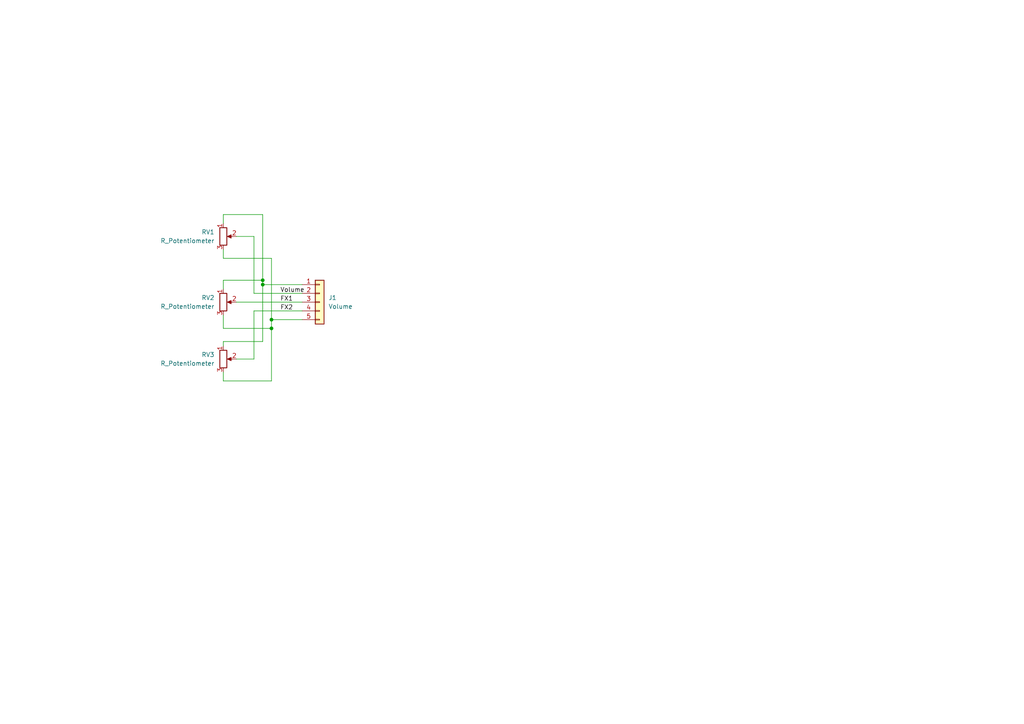
<source format=kicad_sch>
(kicad_sch
	(version 20231120)
	(generator "eeschema")
	(generator_version "8.0")
	(uuid "71286012-48d5-4036-9198-9cf69b88feab")
	(paper "A4")
	(lib_symbols
		(symbol "Connector_Generic:Conn_01x05"
			(pin_names
				(offset 1.016) hide)
			(exclude_from_sim no)
			(in_bom yes)
			(on_board yes)
			(property "Reference" "J"
				(at 0 7.62 0)
				(effects
					(font
						(size 1.27 1.27)
					)
				)
			)
			(property "Value" "Conn_01x05"
				(at 0 -7.62 0)
				(effects
					(font
						(size 1.27 1.27)
					)
				)
			)
			(property "Footprint" ""
				(at 0 0 0)
				(effects
					(font
						(size 1.27 1.27)
					)
					(hide yes)
				)
			)
			(property "Datasheet" "~"
				(at 0 0 0)
				(effects
					(font
						(size 1.27 1.27)
					)
					(hide yes)
				)
			)
			(property "Description" "Generic connector, single row, 01x05, script generated (kicad-library-utils/schlib/autogen/connector/)"
				(at 0 0 0)
				(effects
					(font
						(size 1.27 1.27)
					)
					(hide yes)
				)
			)
			(property "ki_keywords" "connector"
				(at 0 0 0)
				(effects
					(font
						(size 1.27 1.27)
					)
					(hide yes)
				)
			)
			(property "ki_fp_filters" "Connector*:*_1x??_*"
				(at 0 0 0)
				(effects
					(font
						(size 1.27 1.27)
					)
					(hide yes)
				)
			)
			(symbol "Conn_01x05_1_1"
				(rectangle
					(start -1.27 -4.953)
					(end 0 -5.207)
					(stroke
						(width 0.1524)
						(type default)
					)
					(fill
						(type none)
					)
				)
				(rectangle
					(start -1.27 -2.413)
					(end 0 -2.667)
					(stroke
						(width 0.1524)
						(type default)
					)
					(fill
						(type none)
					)
				)
				(rectangle
					(start -1.27 0.127)
					(end 0 -0.127)
					(stroke
						(width 0.1524)
						(type default)
					)
					(fill
						(type none)
					)
				)
				(rectangle
					(start -1.27 2.667)
					(end 0 2.413)
					(stroke
						(width 0.1524)
						(type default)
					)
					(fill
						(type none)
					)
				)
				(rectangle
					(start -1.27 5.207)
					(end 0 4.953)
					(stroke
						(width 0.1524)
						(type default)
					)
					(fill
						(type none)
					)
				)
				(rectangle
					(start -1.27 6.35)
					(end 1.27 -6.35)
					(stroke
						(width 0.254)
						(type default)
					)
					(fill
						(type background)
					)
				)
				(pin passive line
					(at -5.08 5.08 0)
					(length 3.81)
					(name "Pin_1"
						(effects
							(font
								(size 1.27 1.27)
							)
						)
					)
					(number "1"
						(effects
							(font
								(size 1.27 1.27)
							)
						)
					)
				)
				(pin passive line
					(at -5.08 2.54 0)
					(length 3.81)
					(name "Pin_2"
						(effects
							(font
								(size 1.27 1.27)
							)
						)
					)
					(number "2"
						(effects
							(font
								(size 1.27 1.27)
							)
						)
					)
				)
				(pin passive line
					(at -5.08 0 0)
					(length 3.81)
					(name "Pin_3"
						(effects
							(font
								(size 1.27 1.27)
							)
						)
					)
					(number "3"
						(effects
							(font
								(size 1.27 1.27)
							)
						)
					)
				)
				(pin passive line
					(at -5.08 -2.54 0)
					(length 3.81)
					(name "Pin_4"
						(effects
							(font
								(size 1.27 1.27)
							)
						)
					)
					(number "4"
						(effects
							(font
								(size 1.27 1.27)
							)
						)
					)
				)
				(pin passive line
					(at -5.08 -5.08 0)
					(length 3.81)
					(name "Pin_5"
						(effects
							(font
								(size 1.27 1.27)
							)
						)
					)
					(number "5"
						(effects
							(font
								(size 1.27 1.27)
							)
						)
					)
				)
			)
		)
		(symbol "Device:R_Potentiometer"
			(pin_names
				(offset 1.016) hide)
			(exclude_from_sim no)
			(in_bom yes)
			(on_board yes)
			(property "Reference" "RV"
				(at -4.445 0 90)
				(effects
					(font
						(size 1.27 1.27)
					)
				)
			)
			(property "Value" "R_Potentiometer"
				(at -2.54 0 90)
				(effects
					(font
						(size 1.27 1.27)
					)
				)
			)
			(property "Footprint" ""
				(at 0 0 0)
				(effects
					(font
						(size 1.27 1.27)
					)
					(hide yes)
				)
			)
			(property "Datasheet" "~"
				(at 0 0 0)
				(effects
					(font
						(size 1.27 1.27)
					)
					(hide yes)
				)
			)
			(property "Description" "Potentiometer"
				(at 0 0 0)
				(effects
					(font
						(size 1.27 1.27)
					)
					(hide yes)
				)
			)
			(property "ki_keywords" "resistor variable"
				(at 0 0 0)
				(effects
					(font
						(size 1.27 1.27)
					)
					(hide yes)
				)
			)
			(property "ki_fp_filters" "Potentiometer*"
				(at 0 0 0)
				(effects
					(font
						(size 1.27 1.27)
					)
					(hide yes)
				)
			)
			(symbol "R_Potentiometer_0_1"
				(polyline
					(pts
						(xy 2.54 0) (xy 1.524 0)
					)
					(stroke
						(width 0)
						(type default)
					)
					(fill
						(type none)
					)
				)
				(polyline
					(pts
						(xy 1.143 0) (xy 2.286 0.508) (xy 2.286 -0.508) (xy 1.143 0)
					)
					(stroke
						(width 0)
						(type default)
					)
					(fill
						(type outline)
					)
				)
				(rectangle
					(start 1.016 2.54)
					(end -1.016 -2.54)
					(stroke
						(width 0.254)
						(type default)
					)
					(fill
						(type none)
					)
				)
			)
			(symbol "R_Potentiometer_1_1"
				(pin passive line
					(at 0 3.81 270)
					(length 1.27)
					(name "1"
						(effects
							(font
								(size 1.27 1.27)
							)
						)
					)
					(number "1"
						(effects
							(font
								(size 1.27 1.27)
							)
						)
					)
				)
				(pin passive line
					(at 3.81 0 180)
					(length 1.27)
					(name "2"
						(effects
							(font
								(size 1.27 1.27)
							)
						)
					)
					(number "2"
						(effects
							(font
								(size 1.27 1.27)
							)
						)
					)
				)
				(pin passive line
					(at 0 -3.81 90)
					(length 1.27)
					(name "3"
						(effects
							(font
								(size 1.27 1.27)
							)
						)
					)
					(number "3"
						(effects
							(font
								(size 1.27 1.27)
							)
						)
					)
				)
			)
		)
	)
	(junction
		(at 78.74 92.71)
		(diameter 0)
		(color 0 0 0 0)
		(uuid "0d538bab-ea46-4f50-8522-decc42a0c1d9")
	)
	(junction
		(at 78.74 95.25)
		(diameter 0)
		(color 0 0 0 0)
		(uuid "3ba30c8d-c38f-4d4b-8737-b30ee2c44857")
	)
	(junction
		(at 76.2 82.55)
		(diameter 0)
		(color 0 0 0 0)
		(uuid "5a699bf6-bd8a-42db-a57b-a9616ae0ef71")
	)
	(junction
		(at 76.2 81.28)
		(diameter 0)
		(color 0 0 0 0)
		(uuid "efd00c0d-5c2d-4092-814a-520d2a4360ea")
	)
	(wire
		(pts
			(xy 73.66 85.09) (xy 87.63 85.09)
		)
		(stroke
			(width 0)
			(type default)
		)
		(uuid "0bc7543b-2ea3-465d-8b9b-72bef7b6a39c")
	)
	(wire
		(pts
			(xy 78.74 74.93) (xy 78.74 92.71)
		)
		(stroke
			(width 0)
			(type default)
		)
		(uuid "2de65c8c-a76f-4b8b-87ab-0bdb8979d53f")
	)
	(wire
		(pts
			(xy 64.77 64.77) (xy 64.77 62.23)
		)
		(stroke
			(width 0)
			(type default)
		)
		(uuid "2feca040-88b6-4840-96bc-fba8cf53b12c")
	)
	(wire
		(pts
			(xy 78.74 110.49) (xy 78.74 95.25)
		)
		(stroke
			(width 0)
			(type default)
		)
		(uuid "3270a985-d157-417a-ad8b-89c34dec266d")
	)
	(wire
		(pts
			(xy 73.66 90.17) (xy 87.63 90.17)
		)
		(stroke
			(width 0)
			(type default)
		)
		(uuid "3b9f5838-1526-4087-8ce3-833ad01e1ed4")
	)
	(wire
		(pts
			(xy 73.66 104.14) (xy 73.66 90.17)
		)
		(stroke
			(width 0)
			(type default)
		)
		(uuid "3c51fecb-eb7c-4ad2-a2c1-f0e2dfb48f9e")
	)
	(wire
		(pts
			(xy 68.58 104.14) (xy 73.66 104.14)
		)
		(stroke
			(width 0)
			(type default)
		)
		(uuid "4cc6f1bf-471a-46c0-b3e8-b1bac1497635")
	)
	(wire
		(pts
			(xy 64.77 81.28) (xy 76.2 81.28)
		)
		(stroke
			(width 0)
			(type default)
		)
		(uuid "58ad0fc5-016d-47cd-bfb7-333d5bfceab4")
	)
	(wire
		(pts
			(xy 64.77 83.82) (xy 64.77 81.28)
		)
		(stroke
			(width 0)
			(type default)
		)
		(uuid "59d658a4-029e-45de-a1ac-5e3b562763ed")
	)
	(wire
		(pts
			(xy 76.2 82.55) (xy 87.63 82.55)
		)
		(stroke
			(width 0)
			(type default)
		)
		(uuid "5a6ad070-95d6-405f-bd57-ecd2114d3933")
	)
	(wire
		(pts
			(xy 64.77 99.06) (xy 76.2 99.06)
		)
		(stroke
			(width 0)
			(type default)
		)
		(uuid "62398f07-2688-4da0-a685-3fcbb3edd82b")
	)
	(wire
		(pts
			(xy 64.77 107.95) (xy 64.77 110.49)
		)
		(stroke
			(width 0)
			(type default)
		)
		(uuid "62d9945a-3357-4f81-aa1e-0b2602ce7870")
	)
	(wire
		(pts
			(xy 73.66 68.58) (xy 73.66 85.09)
		)
		(stroke
			(width 0)
			(type default)
		)
		(uuid "683ee33a-f766-4422-ad88-3ee99bc38bff")
	)
	(wire
		(pts
			(xy 78.74 92.71) (xy 78.74 95.25)
		)
		(stroke
			(width 0)
			(type default)
		)
		(uuid "768b25ea-7905-44bd-8d11-abe9a6624f53")
	)
	(wire
		(pts
			(xy 78.74 92.71) (xy 87.63 92.71)
		)
		(stroke
			(width 0)
			(type default)
		)
		(uuid "798be4dc-c9c6-4df9-8e01-e87aeb2732c9")
	)
	(wire
		(pts
			(xy 68.58 87.63) (xy 87.63 87.63)
		)
		(stroke
			(width 0)
			(type default)
		)
		(uuid "8522511b-e514-4a55-8e6e-1cfa655da8b0")
	)
	(wire
		(pts
			(xy 64.77 74.93) (xy 78.74 74.93)
		)
		(stroke
			(width 0)
			(type default)
		)
		(uuid "87492b84-bdf4-4bda-98a0-05f97a486e8f")
	)
	(wire
		(pts
			(xy 64.77 100.33) (xy 64.77 99.06)
		)
		(stroke
			(width 0)
			(type default)
		)
		(uuid "9d84469e-777c-4bad-bab1-bd3e039bcc8b")
	)
	(wire
		(pts
			(xy 64.77 110.49) (xy 78.74 110.49)
		)
		(stroke
			(width 0)
			(type default)
		)
		(uuid "aa5d7e0b-ad2b-4c70-9c5d-e3b558ab2954")
	)
	(wire
		(pts
			(xy 64.77 91.44) (xy 64.77 95.25)
		)
		(stroke
			(width 0)
			(type default)
		)
		(uuid "b2a5de51-0b5d-46e8-a0c4-a3fa821b5e21")
	)
	(wire
		(pts
			(xy 64.77 74.93) (xy 64.77 72.39)
		)
		(stroke
			(width 0)
			(type default)
		)
		(uuid "c7150fc6-6dcf-4865-ac05-8423a6b50701")
	)
	(wire
		(pts
			(xy 64.77 62.23) (xy 76.2 62.23)
		)
		(stroke
			(width 0)
			(type default)
		)
		(uuid "c73a3ddc-e60b-47d2-919b-49e38c521d56")
	)
	(wire
		(pts
			(xy 76.2 82.55) (xy 76.2 99.06)
		)
		(stroke
			(width 0)
			(type default)
		)
		(uuid "cb8446be-a1ee-4f8d-83c2-411487d5f08f")
	)
	(wire
		(pts
			(xy 76.2 81.28) (xy 76.2 82.55)
		)
		(stroke
			(width 0)
			(type default)
		)
		(uuid "d5ea1d50-fe30-40e4-8756-c0a8da28b7a0")
	)
	(wire
		(pts
			(xy 68.58 68.58) (xy 73.66 68.58)
		)
		(stroke
			(width 0)
			(type default)
		)
		(uuid "d7e71621-c8a4-4cf8-9e32-02b6ceb53f51")
	)
	(wire
		(pts
			(xy 64.77 95.25) (xy 78.74 95.25)
		)
		(stroke
			(width 0)
			(type default)
		)
		(uuid "debdf8dd-9d7c-4f7a-bc3a-04e2b906be87")
	)
	(wire
		(pts
			(xy 76.2 62.23) (xy 76.2 81.28)
		)
		(stroke
			(width 0)
			(type default)
		)
		(uuid "f44b0276-62b8-4cb6-8338-be7349cd575c")
	)
	(label "FX2"
		(at 81.28 90.17 0)
		(fields_autoplaced yes)
		(effects
			(font
				(size 1.27 1.27)
			)
			(justify left bottom)
		)
		(uuid "01deb49d-817f-453a-b0ab-792703758f73")
	)
	(label "Volume"
		(at 81.28 85.09 0)
		(fields_autoplaced yes)
		(effects
			(font
				(size 1.27 1.27)
			)
			(justify left bottom)
		)
		(uuid "a7030ba6-368a-4f6b-b8c9-3b5f894cbf9e")
	)
	(label "FX1"
		(at 81.28 87.63 0)
		(fields_autoplaced yes)
		(effects
			(font
				(size 1.27 1.27)
			)
			(justify left bottom)
		)
		(uuid "b67c9269-c0dc-4beb-8853-be5e2a31d2b8")
	)
	(symbol
		(lib_id "Connector_Generic:Conn_01x05")
		(at 92.71 87.63 0)
		(unit 1)
		(exclude_from_sim no)
		(in_bom yes)
		(on_board yes)
		(dnp no)
		(fields_autoplaced yes)
		(uuid "4e98212c-6c97-449e-879d-9e5df91127d8")
		(property "Reference" "J1"
			(at 95.25 86.3599 0)
			(effects
				(font
					(size 1.27 1.27)
				)
				(justify left)
			)
		)
		(property "Value" "Volume"
			(at 95.25 88.8999 0)
			(effects
				(font
					(size 1.27 1.27)
				)
				(justify left)
			)
		)
		(property "Footprint" ""
			(at 92.71 87.63 0)
			(effects
				(font
					(size 1.27 1.27)
				)
				(hide yes)
			)
		)
		(property "Datasheet" "~"
			(at 92.71 87.63 0)
			(effects
				(font
					(size 1.27 1.27)
				)
				(hide yes)
			)
		)
		(property "Description" "Generic connector, single row, 01x05, script generated (kicad-library-utils/schlib/autogen/connector/)"
			(at 92.71 87.63 0)
			(effects
				(font
					(size 1.27 1.27)
				)
				(hide yes)
			)
		)
		(pin "5"
			(uuid "6ff236c7-f9f7-4397-8bcc-aa008f008e7f")
		)
		(pin "3"
			(uuid "301b2ea5-0409-42b3-91d9-77a6f4e5273b")
		)
		(pin "1"
			(uuid "eaea643f-b99e-4186-85ad-6165a33da1ed")
		)
		(pin "4"
			(uuid "b82edb44-62c6-4243-8bb5-ac43b332cd8e")
		)
		(pin "2"
			(uuid "3092ce6c-e377-4c5d-9e3b-e8dc80def01c")
		)
		(instances
			(project ""
				(path "/71286012-48d5-4036-9198-9cf69b88feab"
					(reference "J1")
					(unit 1)
				)
			)
		)
	)
	(symbol
		(lib_id "Device:R_Potentiometer")
		(at 64.77 104.14 0)
		(unit 1)
		(exclude_from_sim no)
		(in_bom yes)
		(on_board yes)
		(dnp no)
		(fields_autoplaced yes)
		(uuid "535a58e3-7ae0-498b-9cbe-0b584972dcb1")
		(property "Reference" "RV3"
			(at 62.23 102.8699 0)
			(effects
				(font
					(size 1.27 1.27)
				)
				(justify right)
			)
		)
		(property "Value" "R_Potentiometer"
			(at 62.23 105.4099 0)
			(effects
				(font
					(size 1.27 1.27)
				)
				(justify right)
			)
		)
		(property "Footprint" ""
			(at 64.77 104.14 0)
			(effects
				(font
					(size 1.27 1.27)
				)
				(hide yes)
			)
		)
		(property "Datasheet" "~"
			(at 64.77 104.14 0)
			(effects
				(font
					(size 1.27 1.27)
				)
				(hide yes)
			)
		)
		(property "Description" "Potentiometer"
			(at 64.77 104.14 0)
			(effects
				(font
					(size 1.27 1.27)
				)
				(hide yes)
			)
		)
		(pin "1"
			(uuid "bb8d8ae7-d663-406c-a88b-a919dc31e448")
		)
		(pin "3"
			(uuid "ca6e34ae-b010-4b80-896d-7b2f00f52bbf")
		)
		(pin "2"
			(uuid "1acc6f0e-3fcf-4f6c-a369-31323c408a5c")
		)
		(instances
			(project ""
				(path "/71286012-48d5-4036-9198-9cf69b88feab"
					(reference "RV3")
					(unit 1)
				)
			)
		)
	)
	(symbol
		(lib_id "Device:R_Potentiometer")
		(at 64.77 87.63 0)
		(unit 1)
		(exclude_from_sim no)
		(in_bom yes)
		(on_board yes)
		(dnp no)
		(fields_autoplaced yes)
		(uuid "f028cc14-2cff-4acf-8384-a386069be474")
		(property "Reference" "RV2"
			(at 62.23 86.3599 0)
			(effects
				(font
					(size 1.27 1.27)
				)
				(justify right)
			)
		)
		(property "Value" "R_Potentiometer"
			(at 62.23 88.8999 0)
			(effects
				(font
					(size 1.27 1.27)
				)
				(justify right)
			)
		)
		(property "Footprint" ""
			(at 64.77 87.63 0)
			(effects
				(font
					(size 1.27 1.27)
				)
				(hide yes)
			)
		)
		(property "Datasheet" "~"
			(at 64.77 87.63 0)
			(effects
				(font
					(size 1.27 1.27)
				)
				(hide yes)
			)
		)
		(property "Description" "Potentiometer"
			(at 64.77 87.63 0)
			(effects
				(font
					(size 1.27 1.27)
				)
				(hide yes)
			)
		)
		(pin "1"
			(uuid "bb8d8ae7-d663-406c-a88b-a919dc31e448")
		)
		(pin "3"
			(uuid "ca6e34ae-b010-4b80-896d-7b2f00f52bbf")
		)
		(pin "2"
			(uuid "1acc6f0e-3fcf-4f6c-a369-31323c408a5c")
		)
		(instances
			(project ""
				(path "/71286012-48d5-4036-9198-9cf69b88feab"
					(reference "RV2")
					(unit 1)
				)
			)
		)
	)
	(symbol
		(lib_id "Device:R_Potentiometer")
		(at 64.77 68.58 0)
		(unit 1)
		(exclude_from_sim no)
		(in_bom yes)
		(on_board yes)
		(dnp no)
		(uuid "fccdc37b-a500-4cf2-9a4d-b76131cf2cb1")
		(property "Reference" "RV1"
			(at 62.23 67.3099 0)
			(effects
				(font
					(size 1.27 1.27)
				)
				(justify right)
			)
		)
		(property "Value" "R_Potentiometer"
			(at 62.23 69.8499 0)
			(effects
				(font
					(size 1.27 1.27)
				)
				(justify right)
			)
		)
		(property "Footprint" ""
			(at 64.77 68.58 0)
			(effects
				(font
					(size 1.27 1.27)
				)
				(hide yes)
			)
		)
		(property "Datasheet" "~"
			(at 64.77 68.58 0)
			(effects
				(font
					(size 1.27 1.27)
				)
				(hide yes)
			)
		)
		(property "Description" "Potentiometer"
			(at 64.77 68.58 0)
			(effects
				(font
					(size 1.27 1.27)
				)
				(hide yes)
			)
		)
		(pin "1"
			(uuid "bb8d8ae7-d663-406c-a88b-a919dc31e448")
		)
		(pin "3"
			(uuid "ca6e34ae-b010-4b80-896d-7b2f00f52bbf")
		)
		(pin "2"
			(uuid "1acc6f0e-3fcf-4f6c-a369-31323c408a5c")
		)
		(instances
			(project ""
				(path "/71286012-48d5-4036-9198-9cf69b88feab"
					(reference "RV1")
					(unit 1)
				)
			)
		)
	)
	(sheet_instances
		(path "/"
			(page "1")
		)
	)
)

</source>
